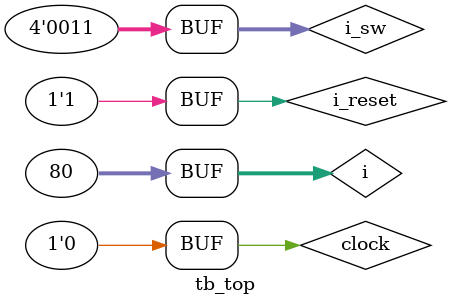
<source format=v>
/*
Fundaci�n Fulgor.
Asignatura: Dise�o Digital.
Trabajo practico: 5
Alumno: Bucca Matias.
titulo: 
descripcion:
notas:
*/
`timescale 1 ns/10 ps  // time-unit = 1 ns, precision = 10 ps
`define PATH "C:/Users/matia/Documents/UTN/0_Extracurricular/0_Fundacion_Fulgor/Diseno_Digital/tp5/entregable/test_file/"
module tb_top;
    parameter ORDER = 9;
    parameter N_sym = 20;
    parameter OS = 4;
    parameter SW    = 4;
    parameter LED    = 5;
    parameter path_dir = `PATH;
    integer tb_o_prbsx;
    integer i;

    reg                     i_reset;
    reg     [SW-1:0]        i_sw;
    wire    [LED-1:0]       o_led;
    reg                     clock;

    initial
    begin 
    clock               = 1'b0       ;
    i_reset             = 1'b0       ;
    i_sw                = {SW{1'b0}} ;
    #10
    i_reset             = 1'b1       ;
    i_sw                = 4'b0011 ;
    for (i=0; i<N_sym*OS; i=i+1)
        begin
            clock = ~clock;
            #10;
            clock = ~clock;
            #10;
        end
    end

top
    u_top
    (
    .i_reset(i_reset),
    .i_sw(i_sw),
    .clock(clock),
    .o_led(o_led)
    );
endmodule
</source>
